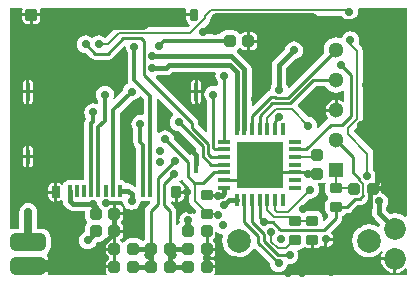
<source format=gbl>
%FSLAX44Y44*%
%MOMM*%
G71*
G01*
G75*
G04 Layer_Physical_Order=2*
G04 Layer_Color=16711680*
G04:AMPARAMS|DCode=10|XSize=1mm|YSize=1.2mm|CornerRadius=0.165mm|HoleSize=0mm|Usage=FLASHONLY|Rotation=180.000|XOffset=0mm|YOffset=0mm|HoleType=Round|Shape=RoundedRectangle|*
%AMROUNDEDRECTD10*
21,1,1.0000,0.8700,0,0,180.0*
21,1,0.6700,1.2000,0,0,180.0*
1,1,0.3300,-0.3350,0.4350*
1,1,0.3300,0.3350,0.4350*
1,1,0.3300,0.3350,-0.4350*
1,1,0.3300,-0.3350,-0.4350*
%
%ADD10ROUNDEDRECTD10*%
G04:AMPARAMS|DCode=11|XSize=1.5mm|YSize=3mm|CornerRadius=0.375mm|HoleSize=0mm|Usage=FLASHONLY|Rotation=180.000|XOffset=0mm|YOffset=0mm|HoleType=Round|Shape=RoundedRectangle|*
%AMROUNDEDRECTD11*
21,1,1.5000,2.2500,0,0,180.0*
21,1,0.7500,3.0000,0,0,180.0*
1,1,0.7500,-0.3750,1.1250*
1,1,0.7500,0.3750,1.1250*
1,1,0.7500,0.3750,-1.1250*
1,1,0.7500,-0.3750,-1.1250*
%
%ADD11ROUNDEDRECTD11*%
%ADD12R,0.4000X1.4000*%
G04:AMPARAMS|DCode=13|XSize=1.8mm|YSize=1.9mm|CornerRadius=0.45mm|HoleSize=0mm|Usage=FLASHONLY|Rotation=0.000|XOffset=0mm|YOffset=0mm|HoleType=Round|Shape=RoundedRectangle|*
%AMROUNDEDRECTD13*
21,1,1.8000,1.0000,0,0,0.0*
21,1,0.9000,1.9000,0,0,0.0*
1,1,0.9000,0.4500,-0.5000*
1,1,0.9000,-0.4500,-0.5000*
1,1,0.9000,-0.4500,0.5000*
1,1,0.9000,0.4500,0.5000*
%
%ADD13ROUNDEDRECTD13*%
G04:AMPARAMS|DCode=14|XSize=1.1mm|YSize=0.6mm|CornerRadius=0.201mm|HoleSize=0mm|Usage=FLASHONLY|Rotation=270.000|XOffset=0mm|YOffset=0mm|HoleType=Round|Shape=RoundedRectangle|*
%AMROUNDEDRECTD14*
21,1,1.1000,0.1980,0,0,270.0*
21,1,0.6980,0.6000,0,0,270.0*
1,1,0.4020,-0.0990,-0.3490*
1,1,0.4020,-0.0990,0.3490*
1,1,0.4020,0.0990,0.3490*
1,1,0.4020,0.0990,-0.3490*
%
%ADD14ROUNDEDRECTD14*%
G04:AMPARAMS|DCode=15|XSize=1.1mm|YSize=0.6mm|CornerRadius=0.201mm|HoleSize=0mm|Usage=FLASHONLY|Rotation=180.000|XOffset=0mm|YOffset=0mm|HoleType=Round|Shape=RoundedRectangle|*
%AMROUNDEDRECTD15*
21,1,1.1000,0.1980,0,0,180.0*
21,1,0.6980,0.6000,0,0,180.0*
1,1,0.4020,-0.3490,0.0990*
1,1,0.4020,0.3490,0.0990*
1,1,0.4020,0.3490,-0.0990*
1,1,0.4020,-0.3490,-0.0990*
%
%ADD15ROUNDEDRECTD15*%
%ADD16O,1.8000X0.8000*%
%ADD17O,1.0000X2.5000*%
G04:AMPARAMS|DCode=18|XSize=1.5mm|YSize=3mm|CornerRadius=0.375mm|HoleSize=0mm|Usage=FLASHONLY|Rotation=270.000|XOffset=0mm|YOffset=0mm|HoleType=Round|Shape=RoundedRectangle|*
%AMROUNDEDRECTD18*
21,1,1.5000,2.2500,0,0,270.0*
21,1,0.7500,3.0000,0,0,270.0*
1,1,0.7500,-1.1250,-0.3750*
1,1,0.7500,-1.1250,0.3750*
1,1,0.7500,1.1250,0.3750*
1,1,0.7500,1.1250,-0.3750*
%
%ADD18ROUNDEDRECTD18*%
%ADD19O,2.5000X0.7000*%
%ADD20O,0.7000X2.5000*%
%ADD21C,0.4000*%
%ADD22C,0.2500*%
%ADD23C,0.2000*%
%ADD24C,0.3500*%
%ADD25C,0.7000*%
%ADD26C,1.0000*%
%ADD27C,0.8000*%
%ADD28C,0.7000*%
%ADD29C,2.0000*%
%ADD30R,1.3000X1.3000*%
%ADD31C,1.3000*%
%ADD32C,1.8500*%
G04:AMPARAMS|DCode=33|XSize=1mm|YSize=0.95mm|CornerRadius=0.1995mm|HoleSize=0mm|Usage=FLASHONLY|Rotation=90.000|XOffset=0mm|YOffset=0mm|HoleType=Round|Shape=RoundedRectangle|*
%AMROUNDEDRECTD33*
21,1,1.0000,0.5510,0,0,90.0*
21,1,0.6010,0.9500,0,0,90.0*
1,1,0.3990,0.2755,0.3005*
1,1,0.3990,0.2755,-0.3005*
1,1,0.3990,-0.2755,-0.3005*
1,1,0.3990,-0.2755,0.3005*
%
%ADD33ROUNDEDRECTD33*%
G04:AMPARAMS|DCode=34|XSize=1mm|YSize=0.95mm|CornerRadius=0.1995mm|HoleSize=0mm|Usage=FLASHONLY|Rotation=180.000|XOffset=0mm|YOffset=0mm|HoleType=Round|Shape=RoundedRectangle|*
%AMROUNDEDRECTD34*
21,1,1.0000,0.5510,0,0,180.0*
21,1,0.6010,0.9500,0,0,180.0*
1,1,0.3990,-0.3005,0.2755*
1,1,0.3990,0.3005,0.2755*
1,1,0.3990,0.3005,-0.2755*
1,1,0.3990,-0.3005,-0.2755*
%
%ADD34ROUNDEDRECTD34*%
G04:AMPARAMS|DCode=35|XSize=1mm|YSize=0.9mm|CornerRadius=0.198mm|HoleSize=0mm|Usage=FLASHONLY|Rotation=0.000|XOffset=0mm|YOffset=0mm|HoleType=Round|Shape=RoundedRectangle|*
%AMROUNDEDRECTD35*
21,1,1.0000,0.5040,0,0,0.0*
21,1,0.6040,0.9000,0,0,0.0*
1,1,0.3960,0.3020,-0.2520*
1,1,0.3960,-0.3020,-0.2520*
1,1,0.3960,-0.3020,0.2520*
1,1,0.3960,0.3020,0.2520*
%
%ADD35ROUNDEDRECTD35*%
%ADD36R,4.0000X4.0000*%
%ADD37O,0.4000X1.1000*%
%ADD38O,1.1000X0.4000*%
G04:AMPARAMS|DCode=39|XSize=0.375mm|YSize=1.5mm|CornerRadius=0.0825mm|HoleSize=0mm|Usage=FLASHONLY|Rotation=0.000|XOffset=0mm|YOffset=0mm|HoleType=Round|Shape=RoundedRectangle|*
%AMROUNDEDRECTD39*
21,1,0.3750,1.3350,0,0,0.0*
21,1,0.2100,1.5000,0,0,0.0*
1,1,0.1650,0.1050,-0.6675*
1,1,0.1650,-0.1050,-0.6675*
1,1,0.1650,-0.1050,0.6675*
1,1,0.1650,0.1050,0.6675*
%
%ADD39ROUNDEDRECTD39*%
G04:AMPARAMS|DCode=40|XSize=0.375mm|YSize=1.25mm|CornerRadius=0.0825mm|HoleSize=0mm|Usage=FLASHONLY|Rotation=0.000|XOffset=0mm|YOffset=0mm|HoleType=Round|Shape=RoundedRectangle|*
%AMROUNDEDRECTD40*
21,1,0.3750,1.0850,0,0,0.0*
21,1,0.2100,1.2500,0,0,0.0*
1,1,0.1650,0.1050,-0.5425*
1,1,0.1650,-0.1050,-0.5425*
1,1,0.1650,-0.1050,0.5425*
1,1,0.1650,0.1050,0.5425*
%
%ADD40ROUNDEDRECTD40*%
G04:AMPARAMS|DCode=41|XSize=0.375mm|YSize=1.6mm|CornerRadius=0.0825mm|HoleSize=0mm|Usage=FLASHONLY|Rotation=0.000|XOffset=0mm|YOffset=0mm|HoleType=Round|Shape=RoundedRectangle|*
%AMROUNDEDRECTD41*
21,1,0.3750,1.4350,0,0,0.0*
21,1,0.2100,1.6000,0,0,0.0*
1,1,0.1650,0.1050,-0.7175*
1,1,0.1650,-0.1050,-0.7175*
1,1,0.1650,-0.1050,0.7175*
1,1,0.1650,0.1050,0.7175*
%
%ADD41ROUNDEDRECTD41*%
G04:AMPARAMS|DCode=42|XSize=1.1mm|YSize=0.9mm|CornerRadius=0.3015mm|HoleSize=0mm|Usage=FLASHONLY|Rotation=270.000|XOffset=0mm|YOffset=0mm|HoleType=Round|Shape=RoundedRectangle|*
%AMROUNDEDRECTD42*
21,1,1.1000,0.2970,0,0,270.0*
21,1,0.4970,0.9000,0,0,270.0*
1,1,0.6030,-0.1485,-0.2485*
1,1,0.6030,-0.1485,0.2485*
1,1,0.6030,0.1485,0.2485*
1,1,0.6030,0.1485,-0.2485*
%
%ADD42ROUNDEDRECTD42*%
G04:AMPARAMS|DCode=43|XSize=1mm|YSize=0.4mm|CornerRadius=0.1mm|HoleSize=0mm|Usage=FLASHONLY|Rotation=270.000|XOffset=0mm|YOffset=0mm|HoleType=Round|Shape=RoundedRectangle|*
%AMROUNDEDRECTD43*
21,1,1.0000,0.2000,0,0,270.0*
21,1,0.8000,0.4000,0,0,270.0*
1,1,0.2000,-0.1000,-0.4000*
1,1,0.2000,-0.1000,0.4000*
1,1,0.2000,0.1000,0.4000*
1,1,0.2000,0.1000,-0.4000*
%
%ADD43ROUNDEDRECTD43*%
G04:AMPARAMS|DCode=44|XSize=0.75mm|YSize=1.1mm|CornerRadius=0.165mm|HoleSize=0mm|Usage=FLASHONLY|Rotation=0.000|XOffset=0mm|YOffset=0mm|HoleType=Round|Shape=RoundedRectangle|*
%AMROUNDEDRECTD44*
21,1,0.7500,0.7700,0,0,0.0*
21,1,0.4200,1.1000,0,0,0.0*
1,1,0.3300,0.2100,-0.3850*
1,1,0.3300,-0.2100,-0.3850*
1,1,0.3300,-0.2100,0.3850*
1,1,0.3300,0.2100,0.3850*
%
%ADD44ROUNDEDRECTD44*%
G04:AMPARAMS|DCode=45|XSize=1mm|YSize=1.1mm|CornerRadius=0.165mm|HoleSize=0mm|Usage=FLASHONLY|Rotation=0.000|XOffset=0mm|YOffset=0mm|HoleType=Round|Shape=RoundedRectangle|*
%AMROUNDEDRECTD45*
21,1,1.0000,0.7700,0,0,0.0*
21,1,0.6700,1.1000,0,0,0.0*
1,1,0.3300,0.3350,-0.3850*
1,1,0.3300,-0.3350,-0.3850*
1,1,0.3300,-0.3350,0.3850*
1,1,0.3300,0.3350,0.3850*
%
%ADD45ROUNDEDRECTD45*%
G04:AMPARAMS|DCode=46|XSize=1.1mm|YSize=0.75mm|CornerRadius=0.2512mm|HoleSize=0mm|Usage=FLASHONLY|Rotation=270.000|XOffset=0mm|YOffset=0mm|HoleType=Round|Shape=RoundedRectangle|*
%AMROUNDEDRECTD46*
21,1,1.1000,0.2475,0,0,270.0*
21,1,0.5975,0.7500,0,0,270.0*
1,1,0.5025,-0.1238,-0.2988*
1,1,0.5025,-0.1238,0.2988*
1,1,0.5025,0.1238,0.2988*
1,1,0.5025,0.1238,-0.2988*
%
%ADD46ROUNDEDRECTD46*%
%ADD47C,0.9000*%
%ADD48C,0.5000*%
G36*
X150882Y85214D02*
X151215Y84715D01*
X156402Y79528D01*
Y67151D01*
X156790Y65201D01*
X157895Y63547D01*
X162014Y59428D01*
X161883Y58770D01*
Y56905D01*
X160613Y56530D01*
X159282Y57551D01*
X157458Y58307D01*
X155500Y58565D01*
X153542Y58307D01*
X151718Y57551D01*
X150151Y56349D01*
X148949Y54782D01*
X148193Y52958D01*
X147935Y51000D01*
X148167Y49240D01*
X147923Y49077D01*
X146622Y47131D01*
X146523Y47109D01*
X145352Y47342D01*
Y58750D01*
X144945Y60799D01*
X143785Y62535D01*
X140774Y65546D01*
X140844Y66175D01*
X141153Y66439D01*
X142165Y66969D01*
X144015Y66601D01*
X144230D01*
Y74750D01*
X145500D01*
Y76020D01*
X152649D01*
Y77235D01*
X152218Y79402D01*
X150990Y81240D01*
X149152Y82468D01*
X148309Y82635D01*
X147992Y83993D01*
X148849Y84651D01*
X149320Y85265D01*
X150882Y85214D01*
D02*
G37*
G36*
X178641Y175478D02*
X178680Y175112D01*
X178435Y173250D01*
X178693Y171292D01*
X179449Y169468D01*
X180647Y167906D01*
Y165378D01*
X179377Y164530D01*
X178708Y164807D01*
X176750Y165065D01*
X174792Y164807D01*
X172968Y164051D01*
X171401Y162849D01*
X170199Y161282D01*
X169443Y159458D01*
X169185Y157500D01*
X169443Y155542D01*
X170199Y153718D01*
X171397Y152156D01*
Y126082D01*
X170224Y125596D01*
X164103Y131717D01*
Y133250D01*
X163695Y135298D01*
X162535Y137035D01*
X127873Y171697D01*
X128171Y173195D01*
X128782Y173449D01*
X129347Y173883D01*
X136885D01*
X139226Y174348D01*
X141210Y175674D01*
X141919Y176383D01*
X178037D01*
X178641Y175478D01*
D02*
G37*
G36*
X120549Y67540D02*
X122500Y67152D01*
X122786D01*
X123312Y65882D01*
X120215Y62785D01*
X119054Y61048D01*
X118647Y59000D01*
Y34979D01*
X116923Y33827D01*
X115606Y34142D01*
X114094Y35152D01*
X111755Y35617D01*
X106245D01*
X103906Y35152D01*
X101923Y33827D01*
X100886Y32275D01*
X99583Y32139D01*
X99417Y32188D01*
X99024Y32775D01*
X98101Y33391D01*
Y34859D01*
X99025Y35475D01*
X100027Y36976D01*
X100379Y38745D01*
Y40480D01*
X93000D01*
Y43020D01*
X100379D01*
Y44755D01*
X100027Y46525D01*
X99025Y48025D01*
X98334Y48486D01*
Y50014D01*
X99025Y50476D01*
X100027Y51975D01*
X100379Y53745D01*
Y55480D01*
X93000D01*
Y56750D01*
X91730D01*
Y64379D01*
X90245D01*
X88476Y64027D01*
X86975Y63025D01*
X86583Y62438D01*
X86417Y62389D01*
X85114Y62525D01*
X84077Y64077D01*
X82585Y65074D01*
X82435Y66316D01*
X83386Y67323D01*
X83480Y67355D01*
X84500Y67152D01*
X86500D01*
X88451Y67540D01*
X88500Y67573D01*
X88549Y67540D01*
X90500Y67152D01*
X92500D01*
X94451Y67540D01*
X94500Y67573D01*
X94549Y67540D01*
X96500Y67152D01*
X98500D01*
X99032Y67258D01*
X100064Y66518D01*
X100193Y65542D01*
X100949Y63718D01*
X102151Y62151D01*
X103718Y60949D01*
X105542Y60193D01*
X107500Y59935D01*
X109458Y60193D01*
X111282Y60949D01*
X112849Y62151D01*
X114051Y63718D01*
X114807Y65542D01*
X114935Y66518D01*
X115968Y67258D01*
X116500Y67152D01*
X118500D01*
X120451Y67540D01*
X120500Y67573D01*
X120549Y67540D01*
D02*
G37*
G36*
X270250Y83250D02*
X271371Y82890D01*
X271881Y82268D01*
X271633Y81020D01*
Y75980D01*
X272097Y73647D01*
X273419Y71669D01*
X274217Y71135D01*
Y69865D01*
X273419Y69331D01*
X272097Y67353D01*
X271633Y65020D01*
Y59980D01*
X272097Y57647D01*
X273419Y55669D01*
X274068Y55235D01*
X274193Y53971D01*
X270790Y50568D01*
X269617Y51054D01*
Y53021D01*
X269153Y55354D01*
X267831Y57332D01*
X265853Y58654D01*
X263520Y59118D01*
X257480D01*
X255147Y58654D01*
X253169Y57332D01*
X252831D01*
X250853Y58654D01*
X249858Y58852D01*
X249440Y60230D01*
X258686Y69477D01*
X259000Y69435D01*
X260958Y69693D01*
X262782Y70449D01*
X264349Y71651D01*
X265551Y73218D01*
X266307Y75042D01*
X266565Y77000D01*
X266307Y78958D01*
X265551Y80782D01*
X265115Y81351D01*
X265741Y82621D01*
X267505D01*
X269275Y82973D01*
X269305Y82993D01*
X270250Y83250D01*
X270250D01*
D02*
G37*
G36*
X273261Y162261D02*
X275455Y160578D01*
X278009Y159520D01*
X280750Y159159D01*
X283491Y159520D01*
X286045Y160578D01*
X286508Y160933D01*
X287647Y160372D01*
Y151953D01*
X286377Y151327D01*
X285309Y152146D01*
X283110Y153057D01*
X282020Y153201D01*
Y144250D01*
X280750D01*
Y142980D01*
X271799D01*
X271943Y141890D01*
X272854Y139691D01*
X274169Y137976D01*
X274193Y137554D01*
X274161Y137304D01*
X273930Y136488D01*
X272504Y135535D01*
X265777Y128808D01*
X264609Y129436D01*
X264815Y131000D01*
X264557Y132958D01*
X263801Y134782D01*
X262599Y136349D01*
X261032Y137551D01*
X259208Y138307D01*
X257250Y138565D01*
X256936Y138523D01*
X248025Y147435D01*
Y148705D01*
X263717Y164397D01*
X271622D01*
X273261Y162261D01*
D02*
G37*
G36*
X142903Y141527D02*
X142793Y139841D01*
X142151Y139349D01*
X140949Y137782D01*
X140193Y135958D01*
X139935Y134000D01*
X140193Y132042D01*
X140949Y130218D01*
X142151Y128651D01*
X143718Y127449D01*
X145542Y126693D01*
X147494Y126436D01*
X162397Y111533D01*
Y109606D01*
X161200D01*
X159887Y109345D01*
X158774Y108601D01*
X158030Y107488D01*
X157881Y106735D01*
X156555Y106265D01*
X143314Y119506D01*
X143057Y121458D01*
X142301Y123282D01*
X141099Y124849D01*
X139532Y126051D01*
X137708Y126807D01*
X135750Y127065D01*
X133792Y126807D01*
X131968Y126051D01*
X130633Y125027D01*
X129363Y125397D01*
Y153408D01*
X130536Y153894D01*
X142903Y141527D01*
D02*
G37*
G36*
X153944Y229430D02*
X153878Y229100D01*
Y226520D01*
X160250D01*
Y223980D01*
X153878D01*
Y221400D01*
X154203Y219765D01*
X155129Y218379D01*
X156325Y217580D01*
X156750Y216210D01*
X155138Y214598D01*
X96750D01*
X95123Y214274D01*
X94799Y214210D01*
X93145Y213105D01*
X85372Y205331D01*
X85099Y205349D01*
X83532Y206551D01*
X81708Y207307D01*
X79750Y207565D01*
X77792Y207307D01*
X75968Y206551D01*
X74401Y205349D01*
X74099D01*
X72532Y206551D01*
X70708Y207307D01*
X68750Y207565D01*
X66792Y207307D01*
X64968Y206551D01*
X63401Y205349D01*
X62199Y203782D01*
X61443Y201958D01*
X61185Y200000D01*
X61443Y198042D01*
X62199Y196218D01*
X63401Y194651D01*
X64968Y193449D01*
X66792Y192693D01*
X68744Y192436D01*
X72788Y188391D01*
X74525Y187231D01*
X76574Y186824D01*
X87677D01*
X89725Y187231D01*
X91462Y188391D01*
X101354Y198284D01*
X101498Y198212D01*
X102456Y197590D01*
X102693Y195792D01*
X103449Y193968D01*
X104137Y193070D01*
Y169500D01*
X104584Y167257D01*
X104463Y166860D01*
X103718Y166551D01*
X102151Y165349D01*
X100949Y163782D01*
X100193Y161958D01*
X100045Y160836D01*
X92925Y153716D01*
X91849Y154436D01*
X92307Y155542D01*
X92565Y157500D01*
X92307Y159458D01*
X91551Y161282D01*
X90349Y162849D01*
X88782Y164051D01*
X86958Y164807D01*
X85000Y165065D01*
X83042Y164807D01*
X81218Y164051D01*
X79651Y162849D01*
X78449Y161282D01*
X77693Y159458D01*
X77435Y157500D01*
X77693Y155542D01*
X78449Y153718D01*
X79137Y152820D01*
Y150279D01*
X77867Y149430D01*
X76958Y149807D01*
X75000Y150065D01*
X73042Y149807D01*
X71218Y149051D01*
X69651Y147849D01*
X68449Y146282D01*
X67693Y144458D01*
X67435Y142500D01*
X67693Y140542D01*
X68449Y138718D01*
X69137Y137820D01*
Y136821D01*
X68084Y135244D01*
X67637Y133000D01*
Y85348D01*
X66500D01*
X64549Y84960D01*
X64500Y84927D01*
X64451Y84960D01*
X62500Y85348D01*
X60500D01*
X58549Y84960D01*
X58500Y84927D01*
X58451Y84960D01*
X56500Y85348D01*
X54500D01*
X52549Y84960D01*
X50895Y83855D01*
X49790Y82201D01*
X49634Y81416D01*
X48286Y81147D01*
X48130Y81380D01*
X46459Y82497D01*
X44520Y82882D01*
Y74750D01*
Y66617D01*
X46459Y67003D01*
X48130Y68120D01*
X49383Y67708D01*
Y67500D01*
X49848Y65159D01*
X51174Y63174D01*
X53674Y60674D01*
X55659Y59348D01*
X58000Y58882D01*
X68133D01*
Y53745D01*
X68598Y51406D01*
X69923Y49423D01*
Y49077D01*
X68598Y47094D01*
X68133Y44755D01*
Y41137D01*
X66718Y40551D01*
X65151Y39349D01*
X63949Y37782D01*
X63193Y35958D01*
X62935Y34000D01*
X63193Y32042D01*
X63949Y30218D01*
X65151Y28651D01*
X66718Y27449D01*
X68542Y26693D01*
X70500Y26435D01*
X72458Y26693D01*
X74282Y27449D01*
X75849Y28651D01*
X77051Y30218D01*
X77807Y32042D01*
X77885Y32633D01*
X79755D01*
X82094Y33098D01*
X84077Y34423D01*
X85114Y35975D01*
X86417Y36111D01*
X86583Y36062D01*
X86975Y35475D01*
X87899Y34859D01*
Y33391D01*
X86975Y32775D01*
X85973Y31274D01*
X85621Y29505D01*
Y27770D01*
X93000D01*
Y25230D01*
X85621D01*
Y23495D01*
X85973Y21725D01*
X86975Y20226D01*
X87666Y19764D01*
Y18236D01*
X86975Y17774D01*
X85973Y16274D01*
X85621Y14505D01*
Y12770D01*
X93000D01*
Y10230D01*
X85621D01*
Y8495D01*
X85973Y6726D01*
X86552Y5858D01*
X85873Y4588D01*
X37381D01*
X36782Y5708D01*
X37175Y6296D01*
X37663Y8750D01*
Y11230D01*
X20000D01*
Y13770D01*
X37663D01*
Y16250D01*
X37175Y18704D01*
X35785Y20785D01*
X35626Y20891D01*
X35681Y22381D01*
X36777Y23223D01*
X38020Y24842D01*
X38800Y26727D01*
X39067Y28750D01*
Y36250D01*
X38800Y38273D01*
X38020Y40158D01*
X36777Y41777D01*
X35158Y43020D01*
X33273Y43801D01*
X31250Y44067D01*
X27565D01*
Y57999D01*
X27565Y58000D01*
X27307Y59958D01*
X26551Y61782D01*
X25349Y63349D01*
X23782Y64551D01*
X21958Y65307D01*
X20000Y65565D01*
X18042Y65307D01*
X16218Y64551D01*
X14651Y63349D01*
X14651Y63349D01*
X13449Y61782D01*
X13227Y61248D01*
X12693Y59958D01*
X12435Y58000D01*
Y44067D01*
X8750D01*
X6727Y43801D01*
X5858Y43441D01*
X4588Y44289D01*
Y230412D01*
X14388D01*
X15194Y229430D01*
X15128Y229100D01*
Y226520D01*
X30372D01*
Y229100D01*
X30306Y229430D01*
X31112Y230412D01*
X153138D01*
X153944Y229430D01*
D02*
G37*
G36*
X340412Y54396D02*
X339142Y53770D01*
X337182Y55274D01*
X333959Y56609D01*
X330500Y57064D01*
X327041Y56609D01*
X326476Y56375D01*
X323117Y59734D01*
Y62653D01*
X323551Y63218D01*
X324307Y65042D01*
X324565Y67000D01*
X324307Y68958D01*
X323551Y70782D01*
X322349Y72349D01*
X320782Y73551D01*
X319127Y74237D01*
X319129Y74245D01*
Y75980D01*
X311750D01*
Y78520D01*
X319129D01*
Y80255D01*
X318777Y82024D01*
X317775Y83525D01*
X316275Y84527D01*
X314956Y84789D01*
X314078Y85990D01*
X314307Y86542D01*
X314565Y88500D01*
X314307Y90458D01*
X313551Y92282D01*
X312349Y93849D01*
X312348Y93850D01*
Y107500D01*
X311960Y109451D01*
X310855Y111105D01*
X295598Y126362D01*
Y127331D01*
X301605Y133338D01*
X302710Y134992D01*
X303098Y136942D01*
Y194750D01*
X302710Y196701D01*
X301605Y198355D01*
X299577Y200383D01*
X300057Y201542D01*
X300315Y203500D01*
X300057Y205458D01*
X299301Y207282D01*
X298099Y208849D01*
X296532Y210051D01*
X294708Y210807D01*
X292750Y211065D01*
X290792Y210807D01*
X288968Y210051D01*
X287401Y208849D01*
X286199Y207282D01*
X285443Y205458D01*
X284650Y205000D01*
X283491Y205480D01*
X280750Y205841D01*
X278009Y205480D01*
X275455Y204422D01*
X273261Y202739D01*
X271578Y200545D01*
X270520Y197991D01*
X270159Y195250D01*
X270498Y192682D01*
X240980Y163164D01*
X239711Y163691D01*
X239051Y165282D01*
X238617Y165848D01*
Y179965D01*
X246252Y187599D01*
X246958Y187692D01*
X248782Y188448D01*
X250349Y189650D01*
X251551Y191217D01*
X252307Y193041D01*
X252565Y194999D01*
X252307Y196957D01*
X251551Y198782D01*
X250349Y200348D01*
X248782Y201551D01*
X246958Y202306D01*
X245000Y202564D01*
X243042Y202306D01*
X241218Y201551D01*
X239651Y200348D01*
X238449Y198782D01*
X237693Y196957D01*
X237600Y196251D01*
X228174Y186825D01*
X226848Y184840D01*
X226383Y182499D01*
Y165848D01*
X225949Y165282D01*
X225193Y163458D01*
X224935Y161500D01*
X225074Y160444D01*
X223315Y160094D01*
X221578Y158934D01*
X210291Y147646D01*
X209118Y148132D01*
Y178735D01*
X208652Y181076D01*
X207326Y183061D01*
X196926Y193461D01*
X197087Y195096D01*
X197577Y195423D01*
X198614Y196975D01*
X199917Y197111D01*
X200084Y197062D01*
X200476Y196476D01*
X201975Y195473D01*
X203745Y195121D01*
X205230D01*
Y202750D01*
Y210379D01*
X203745D01*
X201975Y210027D01*
X200476Y209025D01*
X200084Y208438D01*
X199917Y208389D01*
X198614Y208525D01*
X197577Y210077D01*
X195594Y211402D01*
X193255Y211867D01*
X187745D01*
X185406Y211402D01*
X183423Y210077D01*
X182444Y208613D01*
X165232D01*
X164746Y209786D01*
X173249Y218290D01*
X174354Y219943D01*
X174742Y221894D01*
Y222083D01*
X176962Y224302D01*
X285207D01*
X285449Y223718D01*
X286651Y222151D01*
X288218Y220949D01*
X290042Y220193D01*
X292000Y219935D01*
X293958Y220193D01*
X295782Y220949D01*
X297349Y222151D01*
X298551Y223718D01*
X299307Y225542D01*
X299565Y227500D01*
X299349Y229142D01*
X300111Y230412D01*
X340412D01*
Y54396D01*
D02*
G37*
G36*
X308566Y68884D02*
X309515Y67603D01*
X309435Y67000D01*
X309693Y65042D01*
X310449Y63218D01*
X310882Y62653D01*
Y57200D01*
X311348Y54859D01*
X312674Y52874D01*
X317825Y47724D01*
X317591Y47159D01*
X317407Y45757D01*
X316233Y45271D01*
X315310Y45979D01*
X311905Y47390D01*
X308250Y47871D01*
X304595Y47390D01*
X301190Y45979D01*
X298265Y43735D01*
X296021Y40810D01*
X294610Y37405D01*
X294129Y33750D01*
X294610Y30095D01*
X296021Y26690D01*
X298265Y23765D01*
X301190Y21521D01*
X304595Y20110D01*
X308250Y19629D01*
X311905Y20110D01*
X315310Y21521D01*
X318235Y23765D01*
X319192Y25013D01*
X320201Y24246D01*
X319014Y21378D01*
X318776Y19570D01*
X330500D01*
Y18300D01*
X331770D01*
Y6575D01*
X333578Y6813D01*
X336446Y8001D01*
X338909Y9891D01*
X339209Y10283D01*
X340412Y9875D01*
Y4588D01*
X178126D01*
X177447Y5858D01*
X178027Y6726D01*
X178379Y8495D01*
Y10230D01*
X171000D01*
Y12770D01*
X178379D01*
Y14505D01*
X178027Y16274D01*
X177024Y17774D01*
X176333Y18236D01*
Y19764D01*
X177025Y20226D01*
X178027Y21725D01*
X178379Y23495D01*
Y25230D01*
X171000D01*
Y27770D01*
X178379D01*
Y29505D01*
X178027Y31274D01*
X177025Y32775D01*
X176101Y33391D01*
Y34859D01*
X177025Y35475D01*
X178027Y36976D01*
X178379Y38745D01*
Y41075D01*
X179649Y41461D01*
X180968Y40449D01*
X182792Y39693D01*
X184112Y39519D01*
X184973Y38280D01*
X184610Y37405D01*
X184129Y33750D01*
X184610Y30095D01*
X186021Y26690D01*
X188265Y23765D01*
X191190Y21521D01*
X194595Y20110D01*
X198250Y19629D01*
X201905Y20110D01*
X205310Y21521D01*
X208235Y23765D01*
X210457Y26661D01*
X210634Y26861D01*
X211906Y27008D01*
X224438Y14476D01*
X224693Y12542D01*
X225449Y10718D01*
X226651Y9151D01*
X228218Y7949D01*
X230042Y7193D01*
X232000Y6935D01*
X233958Y7193D01*
X235782Y7949D01*
X237349Y9151D01*
X238551Y10718D01*
X239307Y12542D01*
X239371Y13027D01*
X240378Y13800D01*
X241250Y13685D01*
X243208Y13943D01*
X245032Y14699D01*
X246599Y15901D01*
X247801Y17468D01*
X248557Y19292D01*
X248815Y21250D01*
X248557Y23208D01*
X247975Y24614D01*
X248391Y25584D01*
X248428Y25641D01*
X248718Y25923D01*
X250853Y26348D01*
X252831Y27669D01*
X253535Y28722D01*
X254221D01*
X255716Y27723D01*
X257480Y27372D01*
X259230D01*
Y34501D01*
X261770D01*
Y27372D01*
X263520D01*
X265284Y27723D01*
X266779Y28722D01*
X267164Y29299D01*
X268417Y29506D01*
X268702Y29287D01*
X270293Y28628D01*
X270730Y28571D01*
Y35000D01*
X272000D01*
Y36270D01*
X278429D01*
X278372Y36707D01*
X277713Y38298D01*
X276664Y39664D01*
X276502Y39789D01*
X276419Y41056D01*
X284535Y49173D01*
X285695Y50909D01*
X286103Y52958D01*
Y54347D01*
X286103Y54347D01*
X288081Y55669D01*
X289069Y57147D01*
X290000D01*
X292048Y57555D01*
X293785Y58715D01*
X298717Y63647D01*
X300678D01*
X302726Y64055D01*
X304463Y65215D01*
X307535Y68287D01*
X307841Y68745D01*
X308219Y68922D01*
X308566Y68884D01*
D02*
G37*
G36*
X117637Y153572D02*
Y140770D01*
X116367Y139885D01*
X115001Y140065D01*
X113043Y139807D01*
X111218Y139051D01*
X109652Y137849D01*
X108449Y136282D01*
X107694Y134458D01*
X107436Y132500D01*
X107694Y130542D01*
X108449Y128718D01*
X109138Y127820D01*
Y117499D01*
X109584Y115256D01*
X110855Y113354D01*
X111637Y112572D01*
Y81433D01*
X111402Y80250D01*
Y79409D01*
X110229Y78923D01*
X108576Y80576D01*
X106591Y81902D01*
X104250Y82367D01*
X103098D01*
X102105Y83855D01*
X100451Y84960D01*
X98500Y85348D01*
X97363D01*
Y141572D01*
X108336Y152545D01*
X109458Y152693D01*
X111282Y153449D01*
X112849Y154651D01*
X113680Y155733D01*
X115208Y156001D01*
X117637Y153572D01*
D02*
G37*
%LPC*%
G36*
X18480Y113812D02*
X17387Y113595D01*
X16274Y112851D01*
X15530Y111738D01*
X15269Y110425D01*
Y106270D01*
X18480D01*
Y113812D01*
D02*
G37*
G36*
X24231Y103730D02*
X21020D01*
Y96188D01*
X22113Y96405D01*
X23226Y97149D01*
X23970Y98262D01*
X24231Y99575D01*
Y103730D01*
D02*
G37*
G36*
X18480D02*
X15269D01*
Y99575D01*
X15530Y98262D01*
X16274Y97149D01*
X17387Y96405D01*
X18480Y96188D01*
Y103730D01*
D02*
G37*
G36*
X41980Y82882D02*
X40041Y82497D01*
X38370Y81380D01*
X37253Y79709D01*
X36861Y77737D01*
Y76020D01*
X41980D01*
Y82882D01*
D02*
G37*
G36*
X278429Y33730D02*
X273270D01*
Y28571D01*
X273707Y28628D01*
X275298Y29287D01*
X276664Y30336D01*
X277713Y31702D01*
X278372Y33293D01*
X278429Y33730D01*
D02*
G37*
G36*
X329230Y17030D02*
X318776D01*
X319014Y15222D01*
X320201Y12354D01*
X322091Y9891D01*
X324554Y8001D01*
X327422Y6813D01*
X329230Y6575D01*
Y17030D01*
D02*
G37*
G36*
X95755Y64379D02*
X94270D01*
Y58020D01*
X100379D01*
Y59755D01*
X100027Y61525D01*
X99025Y63025D01*
X97524Y64027D01*
X95755Y64379D01*
D02*
G37*
G36*
X41980Y73480D02*
X36861D01*
Y71762D01*
X37253Y69791D01*
X38370Y68120D01*
X40041Y67003D01*
X41980Y66617D01*
Y73480D01*
D02*
G37*
G36*
X152649D02*
X146770D01*
Y66601D01*
X146985D01*
X149152Y67032D01*
X150990Y68260D01*
X152218Y70097D01*
X152649Y72265D01*
Y73480D01*
D02*
G37*
G36*
X163520Y169812D02*
Y161020D01*
X166731D01*
Y166425D01*
X166470Y167738D01*
X165726Y168851D01*
X164613Y169595D01*
X163520Y169812D01*
D02*
G37*
G36*
X160980D02*
X159887Y169595D01*
X158774Y168851D01*
X158030Y167738D01*
X157769Y166425D01*
Y161020D01*
X160980D01*
Y169812D01*
D02*
G37*
G36*
X21020D02*
Y161020D01*
X24231D01*
Y166425D01*
X23970Y167738D01*
X23226Y168851D01*
X22113Y169595D01*
X21020Y169812D01*
D02*
G37*
G36*
X213879Y201480D02*
X207770D01*
Y195121D01*
X209255D01*
X211024Y195473D01*
X212525Y196476D01*
X213527Y197976D01*
X213879Y199745D01*
Y201480D01*
D02*
G37*
G36*
X30372Y223980D02*
X24020D01*
Y217128D01*
X26100D01*
X27735Y217453D01*
X29121Y218379D01*
X30047Y219765D01*
X30372Y221400D01*
Y223980D01*
D02*
G37*
G36*
X21480D02*
X15128D01*
Y221400D01*
X15453Y219765D01*
X16379Y218379D01*
X17765Y217453D01*
X19400Y217128D01*
X21480D01*
Y223980D01*
D02*
G37*
G36*
X209255Y210379D02*
X207770D01*
Y204020D01*
X213879D01*
Y205755D01*
X213527Y207525D01*
X212525Y209025D01*
X211024Y210027D01*
X209255Y210379D01*
D02*
G37*
G36*
X18480Y158480D02*
X15269D01*
Y153075D01*
X15530Y151762D01*
X16274Y150649D01*
X17387Y149905D01*
X18480Y149688D01*
Y158480D01*
D02*
G37*
G36*
X279480Y153201D02*
X278390Y153057D01*
X276191Y152146D01*
X274303Y150697D01*
X272854Y148809D01*
X271943Y146610D01*
X271799Y145520D01*
X279480D01*
Y153201D01*
D02*
G37*
G36*
X21020Y113812D02*
Y106270D01*
X24231D01*
Y110425D01*
X23970Y111738D01*
X23226Y112851D01*
X22113Y113595D01*
X21020Y113812D01*
D02*
G37*
G36*
X24231Y158480D02*
X21020D01*
Y149688D01*
X22113Y149905D01*
X23226Y150649D01*
X23970Y151762D01*
X24231Y153075D01*
Y158480D01*
D02*
G37*
G36*
X18480Y169812D02*
X17387Y169595D01*
X16274Y168851D01*
X15530Y167738D01*
X15269Y166425D01*
Y161020D01*
X18480D01*
Y169812D01*
D02*
G37*
G36*
X166731Y158480D02*
X163520D01*
Y149688D01*
X164613Y149905D01*
X165726Y150649D01*
X166470Y151762D01*
X166731Y153075D01*
Y158480D01*
D02*
G37*
G36*
X160980D02*
X157769D01*
Y153075D01*
X158030Y151762D01*
X158774Y150649D01*
X159887Y149905D01*
X160980Y149688D01*
Y158480D01*
D02*
G37*
%LPD*%
D18*
X20000Y32500D02*
D03*
Y12500D02*
D03*
D21*
X309000Y62282D02*
Y75250D01*
X304618Y57901D02*
X309000Y62282D01*
X315282Y82367D02*
Y95490D01*
X140000Y11500D02*
X155000D01*
X109000D02*
X124000D01*
X140000D02*
Y26500D01*
X140000Y26500D02*
X155000D01*
X109000Y26500D02*
X124000D01*
Y11500D02*
Y26500D01*
X183750Y71500D02*
X186000Y73750D01*
X186000D01*
Y78500D01*
X190150Y68000D02*
X196500D01*
X185650Y63500D02*
X186649Y64500D01*
X190150Y68000D01*
X55500Y67500D02*
Y76250D01*
Y67500D02*
X58000Y65000D01*
X97500Y76250D02*
X104250D01*
X107500Y73000D01*
Y67500D02*
Y73000D01*
X70500Y34000D02*
Y34000D01*
X58000Y65000D02*
X74250D01*
X77000Y62250D01*
Y56750D02*
Y62250D01*
X70500Y34000D02*
X78250Y41750D01*
X203000Y85000D02*
X216000Y98000D01*
X317000Y57200D02*
X330500Y43700D01*
X317000Y57200D02*
Y67750D01*
X232500Y161500D02*
Y182499D01*
X245000Y194999D01*
X196500Y128000D02*
Y176750D01*
X203000Y128000D02*
Y178735D01*
X139385Y182500D02*
X190750D01*
X196500Y176750D01*
X125000Y180000D02*
X136885D01*
X139385Y182500D01*
X125000Y190000D02*
X191735D01*
X203000Y178735D01*
X93000Y41750D02*
Y56750D01*
Y40250D02*
Y41750D01*
X162250Y99000D02*
Y106400D01*
X150900Y117750D02*
X162250Y106400D01*
X81000Y28250D02*
X93000Y40250D01*
X93000Y40250D01*
X308750Y67750D02*
X309000Y68000D01*
X311750Y78000D02*
X323750D01*
X326250Y75500D01*
X310000Y76250D02*
X311750Y78000D01*
X314378Y80628D01*
D22*
X246000Y91500D02*
X261500D01*
X216000Y139422D02*
X226828Y150250D01*
X209500Y139285D02*
X225363Y155149D01*
X229305D01*
X209500Y128000D02*
Y139285D01*
X226828Y150250D02*
X242000D01*
X216000Y128000D02*
Y139422D01*
X242000Y150250D02*
X261500Y169750D01*
X240136Y154750D02*
X280636Y195250D01*
X229704Y154750D02*
X240136D01*
X229305Y155149D02*
X229704Y154750D01*
X303750Y72072D02*
Y72822D01*
X300678Y69000D02*
X303750Y72072D01*
X296500Y69000D02*
X300678D01*
X290000Y62500D02*
X296500Y69000D01*
X214750Y31734D02*
X231984Y14500D01*
X219250Y33598D02*
X231598Y21250D01*
X231984Y14500D02*
X232000D01*
X231598Y21250D02*
X241250D01*
X227163Y49383D02*
X232750Y43796D01*
X219867Y49383D02*
X227163D01*
X216000Y53250D02*
X219867Y49383D01*
X232750Y43500D02*
X233750Y42500D01*
X232750Y43500D02*
Y43796D01*
X233750Y42500D02*
X270292D01*
X216000Y53250D02*
Y68000D01*
X295000Y91750D02*
X300500Y86250D01*
X100500Y205000D02*
X115500D01*
X87677Y192177D02*
X100500Y205000D01*
X115500D02*
X117750Y202750D01*
X140000Y26500D02*
Y58750D01*
X124000Y26500D02*
Y59000D01*
X130000Y65000D01*
Y87000D01*
X135000Y63750D02*
X140000Y58750D01*
X135000Y63750D02*
Y81500D01*
X143500Y90000D01*
X130000Y87000D02*
X143750Y100750D01*
X222500Y91500D02*
X246000D01*
X216000Y98000D02*
X222500Y91500D01*
X186000Y85000D02*
X203000D01*
X246000Y111000D02*
X255539D01*
X117750Y174250D02*
Y202750D01*
X229000Y135250D02*
X232500Y138750D01*
X229000Y128000D02*
Y135250D01*
X117750Y174250D02*
X158750Y133250D01*
Y129500D02*
Y133250D01*
X186000Y117500D02*
Y173250D01*
X135750Y119500D02*
X155000Y100250D01*
Y88500D02*
Y100250D01*
Y88500D02*
X161500Y82000D01*
X177500Y91500D02*
X186000D01*
X147500Y134000D02*
X167750Y113750D01*
X158750Y129500D02*
X172250Y116000D01*
Y107250D02*
Y116000D01*
Y107250D02*
X175000Y104500D01*
X186000D01*
X167750Y105386D02*
X175136Y98000D01*
X167750Y105386D02*
Y113750D01*
X175136Y98000D02*
X186000D01*
X178250Y111000D02*
X186000D01*
X176750Y112500D02*
X178250Y111000D01*
X176750Y112500D02*
Y157500D01*
X261500Y91500D02*
X264500Y88500D01*
X280750Y62500D02*
X290000D01*
X284750Y182500D02*
X293000Y174250D01*
Y139000D02*
Y174250D01*
X285750Y131750D02*
X293000Y139000D01*
X255539Y111000D02*
X276289Y131750D01*
X285750D01*
X261500Y169750D02*
X280750D01*
X280636Y195250D02*
X280750D01*
X180800Y19250D02*
X181750Y18300D01*
X171000Y11500D02*
X171000Y11500D01*
Y19250D01*
X171000D02*
X171000D01*
X180800D01*
X171000Y26500D02*
Y41750D01*
Y19250D02*
Y26500D01*
X93000Y41750D02*
X93000Y41750D01*
X93000Y11500D02*
Y40250D01*
Y41750D01*
X209500Y49247D02*
Y68000D01*
X280750Y52958D02*
Y62500D01*
X270292Y42500D02*
X280750Y52958D01*
X203000Y49383D02*
Y68000D01*
X209500Y49247D02*
X219250Y39497D01*
Y33598D02*
Y39497D01*
X203000Y49383D02*
X214750Y37633D01*
Y31734D02*
Y37633D01*
X168250Y82250D02*
X177500Y91500D01*
X161500Y82250D02*
X168250D01*
X171000Y72250D02*
X183000D01*
X183750Y71500D01*
X295000Y91750D02*
Y105000D01*
X280750Y119250D02*
X295000Y105000D01*
X68750Y200000D02*
X76574Y192177D01*
X87677D01*
D23*
X230907Y58250D02*
X240250D01*
X222500Y137235D02*
X226000Y140735D01*
Y141442D01*
X229808Y145250D01*
X243000D01*
X257250Y131000D01*
X222500Y128000D02*
Y137235D01*
X300500Y85324D02*
X303750Y82074D01*
X300500Y85324D02*
Y86250D01*
X303750Y72822D02*
Y82074D01*
X238446Y27638D02*
X245308Y34501D01*
X245500D01*
X231221Y27638D02*
X238446D01*
X226000Y32859D02*
X231221Y27638D01*
X242251Y53750D02*
X245500Y50501D01*
X228250Y53750D02*
X242251D01*
X222500Y59500D02*
X228250Y53750D01*
X222500Y59500D02*
Y68000D01*
X229000Y60157D02*
X230907Y58250D01*
X240250D02*
X259000Y77000D01*
X229000Y60157D02*
Y68000D01*
X259000Y77000D02*
Y77250D01*
X307250Y89000D02*
Y107500D01*
X290500Y129442D02*
X298000Y136942D01*
X290500Y124250D02*
Y129442D01*
X298000Y136942D02*
Y194750D01*
X292750Y200000D02*
X298000Y194750D01*
X96750Y209500D02*
X157250D01*
X155000Y41750D02*
X155500Y42250D01*
X246000Y104500D02*
X264500D01*
X280750Y80250D02*
Y93750D01*
X281250Y78000D02*
X295750D01*
X280750Y78500D02*
X281250Y78000D01*
X226000Y32859D02*
Y41000D01*
X181750Y56250D02*
X182750Y55250D01*
X245500Y50501D02*
X260500D01*
X290500Y124250D02*
X307250Y107500D01*
X79750Y200000D02*
X87250D01*
X96750Y209500D01*
X157250D02*
X169644Y221894D01*
X174850Y229400D02*
X288100D01*
X290000Y227500D01*
X292000D01*
X292750Y200000D02*
Y203500D01*
X169644Y221894D02*
Y224194D01*
X174850Y229400D01*
X161500Y67151D02*
Y82250D01*
Y67151D02*
X172402Y56250D01*
X181750D01*
D24*
X110000Y169500D02*
Y197750D01*
X73500Y76250D02*
Y133000D01*
X75000Y134500D01*
Y142500D01*
X79500Y76250D02*
Y130000D01*
X85000Y135500D01*
Y157500D01*
X91500Y76250D02*
Y144000D01*
X107500Y160000D01*
X117500Y76250D02*
Y115000D01*
X115001Y117499D02*
X117500Y115000D01*
X115001Y117499D02*
Y132500D01*
X110000Y169500D02*
X123500Y156000D01*
Y76250D02*
Y156000D01*
X134750Y202750D02*
X190500D01*
X130750Y198750D02*
X134750Y202750D01*
D25*
X20000Y32500D02*
Y58000D01*
X20000Y58000D01*
D26*
X311494Y218750D02*
X326250Y203994D01*
X117000Y217500D02*
X119500Y220000D01*
X46750Y217500D02*
X117000D01*
X119500Y220000D02*
X147090D01*
X50254Y115256D02*
Y184110D01*
X37115Y197250D02*
X50254Y184110D01*
X26500Y197250D02*
X37115D01*
X20000Y12500D02*
X50070D01*
X326250Y153000D02*
Y174000D01*
Y203994D01*
Y75500D02*
Y153000D01*
X26500Y197250D02*
X46750Y217500D01*
X179500Y221400D02*
X260600D01*
X264500Y217500D01*
D27*
X141500Y22000D02*
D03*
X122500D02*
D03*
D28*
X234000Y35000D02*
D03*
X272000D02*
D03*
X75000Y65000D02*
D03*
X85500Y65500D02*
D03*
X241250Y21250D02*
D03*
X219750Y49500D02*
D03*
X180750Y71500D02*
D03*
X259000Y77000D02*
D03*
X211558Y82169D02*
D03*
X307000Y88500D02*
D03*
X110000Y197750D02*
D03*
X302000Y131750D02*
D03*
X305750Y165750D02*
D03*
X252614Y149000D02*
D03*
X242024Y169500D02*
D03*
X220500Y164320D02*
D03*
X212250Y153500D02*
D03*
X143500Y90000D02*
D03*
X144000Y101000D02*
D03*
X185650Y63750D02*
D03*
X107500Y67500D02*
D03*
X70500Y34000D02*
D03*
X84750Y19000D02*
D03*
X135750Y119500D02*
D03*
X125000Y190000D02*
D03*
Y180000D02*
D03*
X85000Y157500D02*
D03*
X107500Y160000D02*
D03*
X115001Y132500D02*
D03*
X75000Y142500D02*
D03*
X68750Y200000D02*
D03*
X317000Y67000D02*
D03*
X232500Y138750D02*
D03*
Y161500D02*
D03*
X245000Y194999D02*
D03*
X147500Y134000D02*
D03*
X8750Y8750D02*
D03*
X16250D02*
D03*
Y16000D02*
D03*
X8750D02*
D03*
X20000Y58000D02*
D03*
X130750Y198750D02*
D03*
X186000Y173250D02*
D03*
X176750Y157500D02*
D03*
X257250Y131000D02*
D03*
X284750Y182500D02*
D03*
X150900Y117750D02*
D03*
X131250Y109750D02*
D03*
Y100000D02*
D03*
X104584Y106265D02*
D03*
X104488Y94525D02*
D03*
X102500Y130000D02*
D03*
X104012Y85745D02*
D03*
X55750Y91118D02*
D03*
X43250Y91250D02*
D03*
Y102500D02*
D03*
X55750D02*
D03*
X219650Y112680D02*
D03*
X232500Y100000D02*
D03*
X229911Y83500D02*
D03*
X253000Y61000D02*
D03*
X195000Y17500D02*
D03*
X240000Y6568D02*
D03*
X252000Y6750D02*
D03*
X276289Y7000D02*
D03*
X275500Y21500D02*
D03*
X300250Y48250D02*
D03*
X310500Y51500D02*
D03*
X331250Y69500D02*
D03*
X195000Y8750D02*
D03*
X57750Y19500D02*
D03*
X48286Y24750D02*
D03*
X47750Y12000D02*
D03*
X33250Y114395D02*
D03*
X150588Y153500D02*
D03*
X163114Y146610D02*
D03*
X135000Y136637D02*
D03*
X208500Y221250D02*
D03*
X219750D02*
D03*
X229250Y220500D02*
D03*
X263750Y221000D02*
D03*
X273500D02*
D03*
X284379Y220500D02*
D03*
X326250Y174000D02*
D03*
X326603Y162500D02*
D03*
X326250Y153000D02*
D03*
X327422Y145520D02*
D03*
X35250Y205250D02*
D03*
X41750Y191000D02*
D03*
X49848Y178500D02*
D03*
X50254Y158750D02*
D03*
X49634Y145750D02*
D03*
X49848Y127250D02*
D03*
X50245Y117500D02*
D03*
X54500Y215500D02*
D03*
X117326Y216750D02*
D03*
X148000Y220250D02*
D03*
X178000Y220000D02*
D03*
X171000Y19250D02*
D03*
X157000Y60000D02*
D03*
X154751Y75072D02*
D03*
X256871Y90230D02*
D03*
X232000Y14500D02*
D03*
X226000Y41000D02*
D03*
X155500Y51000D02*
D03*
X180500Y55250D02*
D03*
X184750Y47000D02*
D03*
X79750Y200000D02*
D03*
X148500Y227750D02*
D03*
X178500Y211000D02*
D03*
X168250Y210750D02*
D03*
X301250Y218250D02*
D03*
X292000Y227500D02*
D03*
X292750Y203500D02*
D03*
D29*
X198250Y33750D02*
D03*
X308250D02*
D03*
D30*
X280750Y93750D02*
D03*
D31*
Y119250D02*
D03*
Y144250D02*
D03*
Y169750D02*
D03*
Y195250D02*
D03*
D32*
X330500Y43700D02*
D03*
Y18300D02*
D03*
D33*
X171000Y26500D02*
D03*
X155000D02*
D03*
X140000Y26500D02*
D03*
X124000D02*
D03*
X109000Y26500D02*
D03*
X93000D02*
D03*
X109000Y11500D02*
D03*
X93000D02*
D03*
X171000D02*
D03*
X155000D02*
D03*
X140000D02*
D03*
X124000D02*
D03*
X77000Y56750D02*
D03*
X93000D02*
D03*
X155000Y41750D02*
D03*
X171000D02*
D03*
X93000D02*
D03*
X77000D02*
D03*
X295750Y77250D02*
D03*
X311750D02*
D03*
X206500Y202750D02*
D03*
X190500D02*
D03*
D34*
X264500Y90000D02*
D03*
Y106000D02*
D03*
D35*
X280750Y62500D02*
D03*
Y78500D02*
D03*
X260500Y50501D02*
D03*
Y34501D02*
D03*
X245500D02*
D03*
Y50501D02*
D03*
X171000Y72250D02*
D03*
Y56250D02*
D03*
D36*
X216000Y98000D02*
D03*
D37*
X235500Y128000D02*
D03*
X229000D02*
D03*
X222500D02*
D03*
X216000D02*
D03*
X209500D02*
D03*
X203000D02*
D03*
X196500D02*
D03*
Y68000D02*
D03*
X203000D02*
D03*
X209500D02*
D03*
X216000D02*
D03*
X222500D02*
D03*
X229000D02*
D03*
X235500D02*
D03*
D38*
X186000Y117500D02*
D03*
Y111000D02*
D03*
Y104500D02*
D03*
Y98000D02*
D03*
Y91500D02*
D03*
Y85000D02*
D03*
Y78500D02*
D03*
X246000D02*
D03*
Y85000D02*
D03*
Y91500D02*
D03*
Y98000D02*
D03*
Y104500D02*
D03*
Y111000D02*
D03*
Y117500D02*
D03*
D39*
X162250Y159750D02*
D03*
X19750D02*
D03*
D40*
Y105000D02*
D03*
D41*
X162250Y99000D02*
D03*
D42*
X145500Y74750D02*
D03*
D43*
X97500Y76250D02*
D03*
X55500D02*
D03*
X61500Y76250D02*
D03*
X73500Y76250D02*
D03*
X117500D02*
D03*
X67500D02*
D03*
X123500D02*
D03*
X91500D02*
D03*
X79500D02*
D03*
X85500D02*
D03*
D44*
X160250Y225250D02*
D03*
D45*
X22750D02*
D03*
D46*
X43250Y74750D02*
D03*
D47*
X297392Y218750D02*
X311494D01*
X296142Y217500D02*
X297392Y218750D01*
X264500Y217500D02*
X296142D01*
D48*
X155500Y42250D02*
Y51000D01*
M02*

</source>
